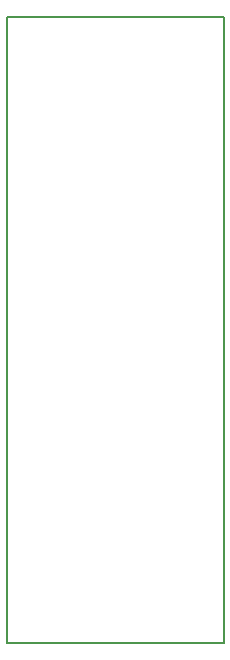
<source format=gm1>
%TF.GenerationSoftware,KiCad,Pcbnew,5.0.2-bee76a0~70~ubuntu18.04.1*%
%TF.CreationDate,2019-03-26T11:43:16+00:00*%
%TF.ProjectId,enclustra_clockpcb,656e636c-7573-4747-9261-5f636c6f636b,rev?*%
%TF.SameCoordinates,Original*%
%TF.FileFunction,Profile,NP*%
%FSLAX46Y46*%
G04 Gerber Fmt 4.6, Leading zero omitted, Abs format (unit mm)*
G04 Created by KiCad (PCBNEW 5.0.2-bee76a0~70~ubuntu18.04.1) date Tue 26 Mar 2019 11:43:16 GMT*
%MOMM*%
%LPD*%
G01*
G04 APERTURE LIST*
%ADD10C,0.200000*%
G04 APERTURE END LIST*
D10*
X96900000Y-77000000D02*
X96900000Y-130000000D01*
X115300000Y-77000000D02*
X96900000Y-77000000D01*
X115300000Y-130000000D02*
X115300000Y-77000000D01*
X96900000Y-130000000D02*
X115300000Y-130000000D01*
M02*

</source>
